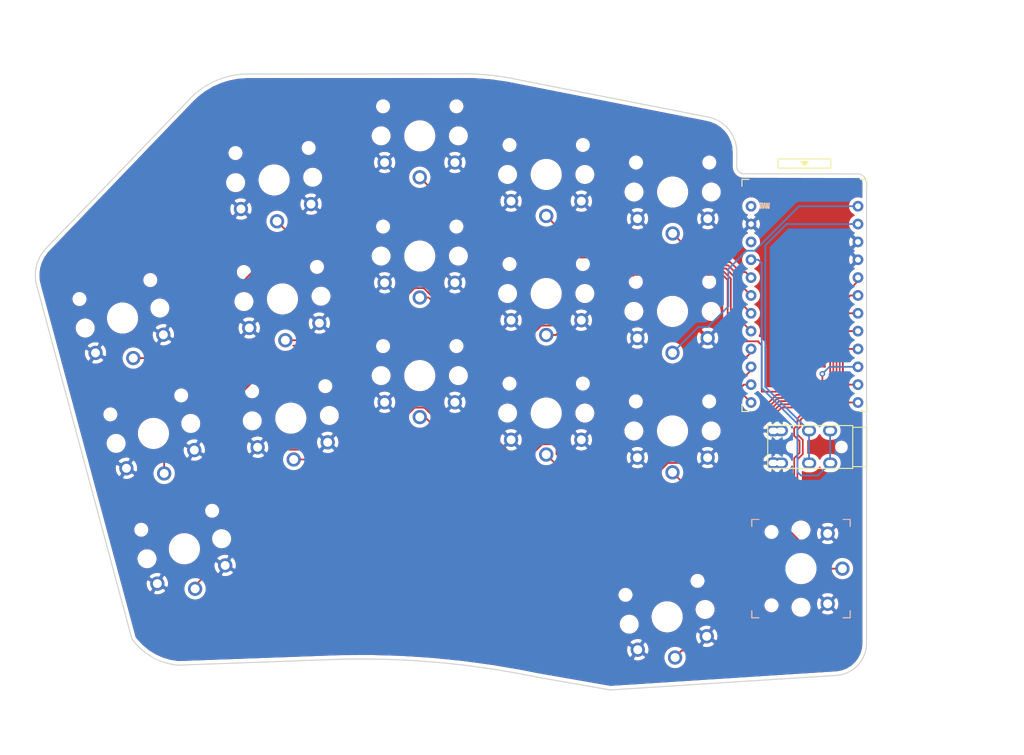
<source format=kicad_pcb>
(kicad_pcb (version 20171130) (host pcbnew "(5.1.10-1-10_14)")
  (layers (0 F.Cu signal) (31 B.Cu signal) (34 B.Paste user) (35 F.Paste user) (36 B.SilkS user) (37 F.SilkS user) (38 B.Mask user) (39 F.Mask user) (44 Edge.Cuts user))
  (net 0 "")
  (net 1 gnd)
  (net 2 vcc)
  (net 3 Switch18)
  (net 4 reset)
  (net 5 Switch1)
  (net 6 Switch2)
  (net 7 Switch3)
  (net 8 Switch4)
  (net 9 Switch5)
  (net 10 Switch6)
  (net 11 Switch7)
  (net 12 Switch8)
  (net 13 Switch9)
  (net 14 Switch10)
  (net 15 Switch11)
  (net 16 Switch12)
  (net 17 Switch13)
  (net 18 Switch14)
  (net 19 Switch15)
  (net 20 Switch16)
  (net 21 Switch17)
  (net 22 raw)
  (module Kailh:TRRS-PJ-DPB2 (layer F.Cu) (at 131.572 80.518 270)
    (fp_text reference J2)
    (fp_text value AudioJack4dpb hide)
    (pad R1 thru_hole oval (at -2.33 6.22 90) (size 1.6 2) (drill oval 0.9 1.3) (layers *.Cu *.Mask) (net 3 Switch18))
    (pad R2 thru_hole oval (at -2.33 3.22 90) (size 1.6 2) (drill oval 0.9 1.3) (layers *.Cu *.Mask) (net 2 vcc))
    (pad T thru_hole oval (at -2.33 10.22 90) (size 1.6 2) (drill oval 0.9 1.3) (layers *.Cu *.Mask) (net 1 gnd))
    (pad S thru_hole oval (at 2.27 11.32 90) (size 1.6 2) (drill oval 0.9 1.3) (layers *.Cu *.Mask) (net 1 gnd))
    (pad S thru_hole oval (at -2.3 11.3 270) (size 1.6 2) (drill oval 0.9 1.3) (layers *.Cu *.Mask) (net 1 gnd))
    (pad T thru_hole oval (at 2.3 10.2 270) (size 1.6 2) (drill oval 0.9 1.3) (layers *.Cu *.Mask) (net 1 gnd))
    (pad R2 thru_hole oval (at 2.3 3.2 270) (size 1.6 2) (drill oval 0.9 1.3) (layers *.Cu *.Mask) (net 2 vcc))
    (pad "" np_thru_hole circle (at 0 8.6 270) (size 0.8 0.8) (drill 0.8) (layers *.Cu *.Mask))
    (pad "" np_thru_hole circle (at 0 1.6 270) (size 0.8 0.8) (drill 0.8) (layers *.Cu *.Mask))
    (pad R1 thru_hole oval (at 2.3 6.2 270) (size 1.6 2) (drill oval 0.9 1.3) (layers *.Cu *.Mask) (net 3 Switch18))
  )
  (module Kailh:SW_PG1350_15_reversible_b2 (layer F.Cu) (at 124.206 97.836 90)
    (fp_text reference SW20 hide)
    (fp_text value SW_Push hide)
    (pad "" np_thru_hole circle (at -5.5 0 90) (size 1.7018 1.7018) (drill 1.7018) (layers *.Cu *.Mask))
    (pad "" np_thru_hole circle (at 5.5 0 90) (size 1.7018 1.7018) (drill 1.7018) (layers *.Cu *.Mask))
    (pad "" np_thru_hole circle (at 5.22 -4.2 90) (size 0.9906 0.9906) (drill 0.9906) (layers *.Cu *.Mask))
    (pad 1 thru_hole circle (at 0 5.9 90) (size 2.032 2.032) (drill 1.27) (layers *.Cu *.Mask) (net 21 Switch17))
    (pad 2 thru_hole circle (at -5 3.8 90) (size 2.032 2.032) (drill 1.27) (layers *.Cu *.Mask) (net 1 gnd))
    (pad "" np_thru_hole circle (at 0 0 90) (size 3.429 3.429) (drill 3.429) (layers *.Cu *.Mask))
    (pad 2 thru_hole circle (at 5 3.8 90) (size 2.032 2.032) (drill 1.27) (layers *.Cu *.Mask) (net 1 gnd))
    (pad "" np_thru_hole circle (at -5.22 -4.2 90) (size 0.9906 0.9906) (drill 0.9906) (layers *.Cu *.Mask))
  )
  (module Kailh:SW_PG1350_rev_DPB (layer F.Cu) (at 27.626215 62.16335 15)
    (fp_text reference SW2 hide)
    (fp_text value SW_Push hide)
    (pad "" np_thru_hole circle (at -5.5 0 15) (size 1.7018 1.7018) (drill 1.7018) (layers *.Cu *.Mask))
    (pad "" np_thru_hole circle (at 5.5 0 15) (size 1.7018 1.7018) (drill 1.7018) (layers *.Cu *.Mask))
    (pad "" np_thru_hole circle (at 5.22 -4.2 15) (size 0.9906 0.9906) (drill 0.9906) (layers *.Cu *.Mask))
    (pad 1 thru_hole circle (at 0 5.9 15) (size 2.032 2.032) (drill 1.27) (layers *.Cu *.Mask) (net 5 Switch1))
    (pad 2 thru_hole circle (at -5 3.8 15) (size 2.032 2.032) (drill 1.27) (layers *.Cu *.Mask) (net 1 gnd))
    (pad "" np_thru_hole circle (at 0 0 15) (size 3.429 3.429) (drill 3.429) (layers *.Cu *.Mask))
    (pad 2 thru_hole circle (at 5 3.8 15) (size 2.032 2.032) (drill 1.27) (layers *.Cu *.Mask) (net 1 gnd))
    (pad "" np_thru_hole circle (at -5.22 -4.2 15) (size 0.9906 0.9906) (drill 0.9906) (layers *.Cu *.Mask))
  )
  (module Kailh:SW_PG1350_rev_DPB (layer F.Cu) (at 49.20797 42.504143 4)
    (fp_text reference SW3 hide)
    (fp_text value SW_Push hide)
    (pad "" np_thru_hole circle (at -5.5 0 4) (size 1.7018 1.7018) (drill 1.7018) (layers *.Cu *.Mask))
    (pad "" np_thru_hole circle (at 5.5 0 4) (size 1.7018 1.7018) (drill 1.7018) (layers *.Cu *.Mask))
    (pad "" np_thru_hole circle (at 5.22 -4.2 4) (size 0.9906 0.9906) (drill 0.9906) (layers *.Cu *.Mask))
    (pad 1 thru_hole circle (at 0 5.9 4) (size 2.032 2.032) (drill 1.27) (layers *.Cu *.Mask) (net 6 Switch2))
    (pad 2 thru_hole circle (at -5 3.8 4) (size 2.032 2.032) (drill 1.27) (layers *.Cu *.Mask) (net 1 gnd))
    (pad "" np_thru_hole circle (at 0 0 4) (size 3.429 3.429) (drill 3.429) (layers *.Cu *.Mask))
    (pad 2 thru_hole circle (at 5 3.8 4) (size 2.032 2.032) (drill 1.27) (layers *.Cu *.Mask) (net 1 gnd))
    (pad "" np_thru_hole circle (at -5.22 -4.2 4) (size 0.9906 0.9906) (drill 0.9906) (layers *.Cu *.Mask))
  )
  (module Kailh:SW_PG1350_rev_DPB (layer F.Cu) (at 69.938 36.224)
    (fp_text reference SW4 hide)
    (fp_text value SW_Push hide)
    (pad "" np_thru_hole circle (at -5.5 0) (size 1.7018 1.7018) (drill 1.7018) (layers *.Cu *.Mask))
    (pad "" np_thru_hole circle (at 5.5 0) (size 1.7018 1.7018) (drill 1.7018) (layers *.Cu *.Mask))
    (pad "" np_thru_hole circle (at 5.22 -4.2) (size 0.9906 0.9906) (drill 0.9906) (layers *.Cu *.Mask))
    (pad 1 thru_hole circle (at 0 5.9) (size 2.032 2.032) (drill 1.27) (layers *.Cu *.Mask) (net 7 Switch3))
    (pad 2 thru_hole circle (at -5 3.8) (size 2.032 2.032) (drill 1.27) (layers *.Cu *.Mask) (net 1 gnd))
    (pad "" np_thru_hole circle (at 0 0) (size 3.429 3.429) (drill 3.429) (layers *.Cu *.Mask))
    (pad 2 thru_hole circle (at 5 3.8) (size 2.032 2.032) (drill 1.27) (layers *.Cu *.Mask) (net 1 gnd))
    (pad "" np_thru_hole circle (at -5.22 -4.2) (size 0.9906 0.9906) (drill 0.9906) (layers *.Cu *.Mask))
  )
  (module Kailh:SW_PG1350_rev_DPB (layer F.Cu) (at 87.938 41.724)
    (fp_text reference SW5 hide)
    (fp_text value SW_Push hide)
    (pad "" np_thru_hole circle (at -5.5 0) (size 1.7018 1.7018) (drill 1.7018) (layers *.Cu *.Mask))
    (pad "" np_thru_hole circle (at 5.5 0) (size 1.7018 1.7018) (drill 1.7018) (layers *.Cu *.Mask))
    (pad "" np_thru_hole circle (at 5.22 -4.2) (size 0.9906 0.9906) (drill 0.9906) (layers *.Cu *.Mask))
    (pad 1 thru_hole circle (at 0 5.9) (size 2.032 2.032) (drill 1.27) (layers *.Cu *.Mask) (net 8 Switch4))
    (pad 2 thru_hole circle (at -5 3.8) (size 2.032 2.032) (drill 1.27) (layers *.Cu *.Mask) (net 1 gnd))
    (pad "" np_thru_hole circle (at 0 0) (size 3.429 3.429) (drill 3.429) (layers *.Cu *.Mask))
    (pad 2 thru_hole circle (at 5 3.8) (size 2.032 2.032) (drill 1.27) (layers *.Cu *.Mask) (net 1 gnd))
    (pad "" np_thru_hole circle (at -5.22 -4.2) (size 0.9906 0.9906) (drill 0.9906) (layers *.Cu *.Mask))
  )
  (module Kailh:SW_PG1350_rev_DPB (layer F.Cu) (at 32.026138 78.58409 15)
    (fp_text reference SW8 hide)
    (fp_text value SW_Push hide)
    (pad "" np_thru_hole circle (at -5.5 0 15) (size 1.7018 1.7018) (drill 1.7018) (layers *.Cu *.Mask))
    (pad "" np_thru_hole circle (at 5.5 0 15) (size 1.7018 1.7018) (drill 1.7018) (layers *.Cu *.Mask))
    (pad "" np_thru_hole circle (at 5.22 -4.2 15) (size 0.9906 0.9906) (drill 0.9906) (layers *.Cu *.Mask))
    (pad 1 thru_hole circle (at 0 5.9 15) (size 2.032 2.032) (drill 1.27) (layers *.Cu *.Mask) (net 10 Switch6))
    (pad 2 thru_hole circle (at -5 3.8 15) (size 2.032 2.032) (drill 1.27) (layers *.Cu *.Mask) (net 1 gnd))
    (pad "" np_thru_hole circle (at 0 0 15) (size 3.429 3.429) (drill 3.429) (layers *.Cu *.Mask))
    (pad 2 thru_hole circle (at 5 3.8 15) (size 2.032 2.032) (drill 1.27) (layers *.Cu *.Mask) (net 1 gnd))
    (pad "" np_thru_hole circle (at -5.22 -4.2 15) (size 0.9906 0.9906) (drill 0.9906) (layers *.Cu *.Mask))
  )
  (module Kailh:SW_PG1350_rev_DPB (layer F.Cu) (at 50.392017 59.436795 4)
    (fp_text reference SW9 hide)
    (fp_text value SW_Push hide)
    (pad "" np_thru_hole circle (at -5.5 0 4) (size 1.7018 1.7018) (drill 1.7018) (layers *.Cu *.Mask))
    (pad "" np_thru_hole circle (at 5.5 0 4) (size 1.7018 1.7018) (drill 1.7018) (layers *.Cu *.Mask))
    (pad "" np_thru_hole circle (at 5.22 -4.2 4) (size 0.9906 0.9906) (drill 0.9906) (layers *.Cu *.Mask))
    (pad 1 thru_hole circle (at 0 5.9 4) (size 2.032 2.032) (drill 1.27) (layers *.Cu *.Mask) (net 11 Switch7))
    (pad 2 thru_hole circle (at -5 3.8 4) (size 2.032 2.032) (drill 1.27) (layers *.Cu *.Mask) (net 1 gnd))
    (pad "" np_thru_hole circle (at 0 0 4) (size 3.429 3.429) (drill 3.429) (layers *.Cu *.Mask))
    (pad 2 thru_hole circle (at 5 3.8 4) (size 2.032 2.032) (drill 1.27) (layers *.Cu *.Mask) (net 1 gnd))
    (pad "" np_thru_hole circle (at -5.22 -4.2 4) (size 0.9906 0.9906) (drill 0.9906) (layers *.Cu *.Mask))
  )
  (module Kailh:SW_PG1350_rev_DPB (layer F.Cu) (at 87.938 58.674)
    (fp_text reference SW11 hide)
    (fp_text value SW_Push hide)
    (pad "" np_thru_hole circle (at -5.5 0) (size 1.7018 1.7018) (drill 1.7018) (layers *.Cu *.Mask))
    (pad "" np_thru_hole circle (at 5.5 0) (size 1.7018 1.7018) (drill 1.7018) (layers *.Cu *.Mask))
    (pad "" np_thru_hole circle (at 5.22 -4.2) (size 0.9906 0.9906) (drill 0.9906) (layers *.Cu *.Mask))
    (pad 1 thru_hole circle (at 0 5.9) (size 2.032 2.032) (drill 1.27) (layers *.Cu *.Mask) (net 13 Switch9))
    (pad 2 thru_hole circle (at -5 3.8) (size 2.032 2.032) (drill 1.27) (layers *.Cu *.Mask) (net 1 gnd))
    (pad "" np_thru_hole circle (at 0 0) (size 3.429 3.429) (drill 3.429) (layers *.Cu *.Mask))
    (pad 2 thru_hole circle (at 5 3.8) (size 2.032 2.032) (drill 1.27) (layers *.Cu *.Mask) (net 1 gnd))
    (pad "" np_thru_hole circle (at -5.22 -4.2) (size 0.9906 0.9906) (drill 0.9906) (layers *.Cu *.Mask))
  )
  (module Kailh:SW_PG1350_rev_DPB (layer F.Cu) (at 105.918 61.214)
    (fp_text reference SW12 hide)
    (fp_text value SW_Push hide)
    (pad "" np_thru_hole circle (at -5.5 0) (size 1.7018 1.7018) (drill 1.7018) (layers *.Cu *.Mask))
    (pad "" np_thru_hole circle (at 5.5 0) (size 1.7018 1.7018) (drill 1.7018) (layers *.Cu *.Mask))
    (pad "" np_thru_hole circle (at 5.22 -4.2) (size 0.9906 0.9906) (drill 0.9906) (layers *.Cu *.Mask))
    (pad 1 thru_hole circle (at 0 5.9) (size 2.032 2.032) (drill 1.27) (layers *.Cu *.Mask) (net 14 Switch10))
    (pad 2 thru_hole circle (at -5 3.8) (size 2.032 2.032) (drill 1.27) (layers *.Cu *.Mask) (net 1 gnd))
    (pad "" np_thru_hole circle (at 0 0) (size 3.429 3.429) (drill 3.429) (layers *.Cu *.Mask))
    (pad 2 thru_hole circle (at 5 3.8) (size 2.032 2.032) (drill 1.27) (layers *.Cu *.Mask) (net 1 gnd))
    (pad "" np_thru_hole circle (at -5.22 -4.2) (size 0.9906 0.9906) (drill 0.9906) (layers *.Cu *.Mask))
  )
  (module Kailh:SW_PG1350_rev_DPB (layer F.Cu) (at 36.426062 95.004829 15)
    (fp_text reference SW14 hide)
    (fp_text value SW_Push hide)
    (pad "" np_thru_hole circle (at -5.5 0 15) (size 1.7018 1.7018) (drill 1.7018) (layers *.Cu *.Mask))
    (pad "" np_thru_hole circle (at 5.5 0 15) (size 1.7018 1.7018) (drill 1.7018) (layers *.Cu *.Mask))
    (pad "" np_thru_hole circle (at 5.22 -4.2 15) (size 0.9906 0.9906) (drill 0.9906) (layers *.Cu *.Mask))
    (pad 1 thru_hole circle (at 0 5.9 15) (size 2.032 2.032) (drill 1.27) (layers *.Cu *.Mask) (net 15 Switch11))
    (pad 2 thru_hole circle (at -5 3.8 15) (size 2.032 2.032) (drill 1.27) (layers *.Cu *.Mask) (net 1 gnd))
    (pad "" np_thru_hole circle (at 0 0 15) (size 3.429 3.429) (drill 3.429) (layers *.Cu *.Mask))
    (pad 2 thru_hole circle (at 5 3.8 15) (size 2.032 2.032) (drill 1.27) (layers *.Cu *.Mask) (net 1 gnd))
    (pad "" np_thru_hole circle (at -5.22 -4.2 15) (size 0.9906 0.9906) (drill 0.9906) (layers *.Cu *.Mask))
  )
  (module Kailh:SW_PG1350_rev_DPB (layer F.Cu) (at 51.579132 76.41334 4)
    (fp_text reference SW15 hide)
    (fp_text value SW_Push hide)
    (pad "" np_thru_hole circle (at -5.5 0 4) (size 1.7018 1.7018) (drill 1.7018) (layers *.Cu *.Mask))
    (pad "" np_thru_hole circle (at 5.5 0 4) (size 1.7018 1.7018) (drill 1.7018) (layers *.Cu *.Mask))
    (pad "" np_thru_hole circle (at 5.22 -4.2 4) (size 0.9906 0.9906) (drill 0.9906) (layers *.Cu *.Mask))
    (pad 1 thru_hole circle (at 0 5.9 4) (size 2.032 2.032) (drill 1.27) (layers *.Cu *.Mask) (net 16 Switch12))
    (pad 2 thru_hole circle (at -5 3.8 4) (size 2.032 2.032) (drill 1.27) (layers *.Cu *.Mask) (net 1 gnd))
    (pad "" np_thru_hole circle (at 0 0 4) (size 3.429 3.429) (drill 3.429) (layers *.Cu *.Mask))
    (pad 2 thru_hole circle (at 5 3.8 4) (size 2.032 2.032) (drill 1.27) (layers *.Cu *.Mask) (net 1 gnd))
    (pad "" np_thru_hole circle (at -5.22 -4.2 4) (size 0.9906 0.9906) (drill 0.9906) (layers *.Cu *.Mask))
  )
  (module Kailh:SW_PG1350_rev_DPB (layer F.Cu) (at 69.938 70.358)
    (fp_text reference SW16 hide)
    (fp_text value SW_Push hide)
    (pad "" np_thru_hole circle (at -5.5 0) (size 1.7018 1.7018) (drill 1.7018) (layers *.Cu *.Mask))
    (pad "" np_thru_hole circle (at 5.5 0) (size 1.7018 1.7018) (drill 1.7018) (layers *.Cu *.Mask))
    (pad "" np_thru_hole circle (at 5.22 -4.2) (size 0.9906 0.9906) (drill 0.9906) (layers *.Cu *.Mask))
    (pad 1 thru_hole circle (at 0 5.9) (size 2.032 2.032) (drill 1.27) (layers *.Cu *.Mask) (net 17 Switch13))
    (pad 2 thru_hole circle (at -5 3.8) (size 2.032 2.032) (drill 1.27) (layers *.Cu *.Mask) (net 1 gnd))
    (pad "" np_thru_hole circle (at 0 0) (size 3.429 3.429) (drill 3.429) (layers *.Cu *.Mask))
    (pad 2 thru_hole circle (at 5 3.8) (size 2.032 2.032) (drill 1.27) (layers *.Cu *.Mask) (net 1 gnd))
    (pad "" np_thru_hole circle (at -5.22 -4.2) (size 0.9906 0.9906) (drill 0.9906) (layers *.Cu *.Mask))
  )
  (module Kailh:SW_PG1350_rev_DPB (layer F.Cu) (at 87.938 75.692)
    (fp_text reference SW17 hide)
    (fp_text value SW_Push hide)
    (pad "" np_thru_hole circle (at -5.5 0) (size 1.7018 1.7018) (drill 1.7018) (layers *.Cu *.Mask))
    (pad "" np_thru_hole circle (at 5.5 0) (size 1.7018 1.7018) (drill 1.7018) (layers *.Cu *.Mask))
    (pad "" np_thru_hole circle (at 5.22 -4.2) (size 0.9906 0.9906) (drill 0.9906) (layers *.Cu *.Mask))
    (pad 1 thru_hole circle (at 0 5.9) (size 2.032 2.032) (drill 1.27) (layers *.Cu *.Mask) (net 18 Switch14))
    (pad 2 thru_hole circle (at -5 3.8) (size 2.032 2.032) (drill 1.27) (layers *.Cu *.Mask) (net 1 gnd))
    (pad "" np_thru_hole circle (at 0 0) (size 3.429 3.429) (drill 3.429) (layers *.Cu *.Mask))
    (pad 2 thru_hole circle (at 5 3.8) (size 2.032 2.032) (drill 1.27) (layers *.Cu *.Mask) (net 1 gnd))
    (pad "" np_thru_hole circle (at -5.22 -4.2) (size 0.9906 0.9906) (drill 0.9906) (layers *.Cu *.Mask))
  )
  (module Kailh:SW_PG1350_rev_DPB (layer F.Cu) (at 105.918 78.232)
    (fp_text reference SW18 hide)
    (fp_text value SW_Push hide)
    (pad "" np_thru_hole circle (at -5.5 0) (size 1.7018 1.7018) (drill 1.7018) (layers *.Cu *.Mask))
    (pad "" np_thru_hole circle (at 5.5 0) (size 1.7018 1.7018) (drill 1.7018) (layers *.Cu *.Mask))
    (pad "" np_thru_hole circle (at 5.22 -4.2) (size 0.9906 0.9906) (drill 0.9906) (layers *.Cu *.Mask))
    (pad 1 thru_hole circle (at 0 5.9) (size 2.032 2.032) (drill 1.27) (layers *.Cu *.Mask) (net 19 Switch15))
    (pad 2 thru_hole circle (at -5 3.8) (size 2.032 2.032) (drill 1.27) (layers *.Cu *.Mask) (net 1 gnd))
    (pad "" np_thru_hole circle (at 0 0) (size 3.429 3.429) (drill 3.429) (layers *.Cu *.Mask))
    (pad 2 thru_hole circle (at 5 3.8) (size 2.032 2.032) (drill 1.27) (layers *.Cu *.Mask) (net 1 gnd))
    (pad "" np_thru_hole circle (at -5.22 -4.2) (size 0.9906 0.9906) (drill 0.9906) (layers *.Cu *.Mask))
  )
  (module Kailh:SW_PG1350_rev_DPB (layer F.Cu) (at 105.156 104.694 11)
    (fp_text reference SW21 hide)
    (fp_text value SW_Push hide)
    (pad "" np_thru_hole circle (at -5.5 0 11) (size 1.7018 1.7018) (drill 1.7018) (layers *.Cu *.Mask))
    (pad "" np_thru_hole circle (at 5.5 0 11) (size 1.7018 1.7018) (drill 1.7018) (layers *.Cu *.Mask))
    (pad "" np_thru_hole circle (at 5.22 -4.2 11) (size 0.9906 0.9906) (drill 0.9906) (layers *.Cu *.Mask))
    (pad 1 thru_hole circle (at 0 5.9 11) (size 2.032 2.032) (drill 1.27) (layers *.Cu *.Mask) (net 20 Switch16))
    (pad 2 thru_hole circle (at -5 3.8 11) (size 2.032 2.032) (drill 1.27) (layers *.Cu *.Mask) (net 1 gnd))
    (pad "" np_thru_hole circle (at 0 0 11) (size 3.429 3.429) (drill 3.429) (layers *.Cu *.Mask))
    (pad 2 thru_hole circle (at 5 3.8 11) (size 2.032 2.032) (drill 1.27) (layers *.Cu *.Mask) (net 1 gnd))
    (pad "" np_thru_hole circle (at -5.22 -4.2 11) (size 0.9906 0.9906) (drill 0.9906) (layers *.Cu *.Mask))
  )
  (module Kailh:SW_PG1350_rev_DPB (layer F.Cu) (at 105.938 44.224)
    (fp_text reference SW6 hide)
    (fp_text value SW_Push hide)
    (pad "" np_thru_hole circle (at -5.5 0) (size 1.7018 1.7018) (drill 1.7018) (layers *.Cu *.Mask))
    (pad "" np_thru_hole circle (at 5.5 0) (size 1.7018 1.7018) (drill 1.7018) (layers *.Cu *.Mask))
    (pad "" np_thru_hole circle (at 5.22 -4.2) (size 0.9906 0.9906) (drill 0.9906) (layers *.Cu *.Mask))
    (pad 1 thru_hole circle (at 0 5.9) (size 2.032 2.032) (drill 1.27) (layers *.Cu *.Mask) (net 9 Switch5))
    (pad 2 thru_hole circle (at -5 3.8) (size 2.032 2.032) (drill 1.27) (layers *.Cu *.Mask) (net 1 gnd))
    (pad "" np_thru_hole circle (at 0 0) (size 3.429 3.429) (drill 3.429) (layers *.Cu *.Mask))
    (pad 2 thru_hole circle (at 5 3.8) (size 2.032 2.032) (drill 1.27) (layers *.Cu *.Mask) (net 1 gnd))
    (pad "" np_thru_hole circle (at -5.22 -4.2) (size 0.9906 0.9906) (drill 0.9906) (layers *.Cu *.Mask))
  )
  (module kbd:ProMicro_v3_min_dual (layer F.Cu) (at 124.706 60.722)
    (fp_text reference U1 hide)
    (fp_text value ProMicro-kbd hide)
    (fp_text user "" (at -1.2065 -16.256) (layer B.SilkS) (effects (justify mirror)))
    (fp_text user "" (at -0.5 -17.25) (layer F.SilkS))
    (fp_text user RAW (at -5.64 -14.52 unlocked) (layer B.SilkS) (effects (font (size 0.75 0.5) (thickness 0.125)) (justify mirror)))
    (fp_text user RAW (at -5.67 -14.52) (layer F.SilkS) (effects (font (size 0.75 0.5) (thickness 0.125))))
    (pad 24 thru_hole circle (at -7.6086 -14.478) (size 1.524 1.524) (drill 0.8128) (layers *.Cu *.Mask) (net 22 raw))
    (pad 23 thru_hole circle (at -7.6086 -11.938) (size 1.524 1.524) (drill 0.8128) (layers *.Cu *.Mask) (net 1 gnd))
    (pad 22 thru_hole circle (at -7.6086 -9.398) (size 1.524 1.524) (drill 0.8128) (layers *.Cu *.Mask) (net 4 reset))
    (pad 21 thru_hole circle (at -7.6086 -6.858) (size 1.524 1.524) (drill 0.8128) (layers *.Cu *.Mask) (net 2 vcc))
    (pad 20 thru_hole circle (at -7.6086 -4.318) (size 1.524 1.524) (drill 0.8128) (layers *.Cu *.Mask) (net 9 Switch5))
    (pad 19 thru_hole circle (at -7.6086 -1.778) (size 1.524 1.524) (drill 0.8128) (layers *.Cu *.Mask) (net 8 Switch4))
    (pad 18 thru_hole circle (at -7.6086 0.762) (size 1.524 1.524) (drill 0.8128) (layers *.Cu *.Mask) (net 7 Switch3))
    (pad 17 thru_hole circle (at -7.6086 3.302) (size 1.524 1.524) (drill 0.8128) (layers *.Cu *.Mask) (net 6 Switch2))
    (pad 16 thru_hole circle (at -7.6086 5.842) (size 1.524 1.524) (drill 0.8128) (layers *.Cu *.Mask) (net 10 Switch6))
    (pad 15 thru_hole circle (at -7.6086 8.382) (size 1.524 1.524) (drill 0.8128) (layers *.Cu *.Mask) (net 11 Switch7))
    (pad 14 thru_hole circle (at -7.6086 10.922) (size 1.524 1.524) (drill 0.8128) (layers *.Cu *.Mask) (net 12 Switch8))
    (pad 13 thru_hole circle (at -7.6086 13.462) (size 1.524 1.524) (drill 0.8128) (layers *.Cu *.Mask) (net 13 Switch9))
    (pad 12 thru_hole circle (at 7.6114 13.462) (size 1.524 1.524) (drill 0.8128) (layers *.Cu *.Mask) (net 21 Switch17))
    (pad 11 thru_hole circle (at 7.6114 10.922) (size 1.524 1.524) (drill 0.8128) (layers *.Cu *.Mask) (net 20 Switch16))
    (pad 10 thru_hole circle (at 7.6114 8.382) (size 1.524 1.524) (drill 0.8128) (layers *.Cu *.Mask) (net 5 Switch1))
    (pad 9 thru_hole circle (at 7.6114 5.842) (size 1.524 1.524) (drill 0.8128) (layers *.Cu *.Mask) (net 19 Switch15))
    (pad 8 thru_hole circle (at 7.6114 3.302) (size 1.524 1.524) (drill 0.8128) (layers *.Cu *.Mask) (net 18 Switch14))
    (pad 7 thru_hole circle (at 7.6114 0.762) (size 1.524 1.524) (drill 0.8128) (layers *.Cu *.Mask) (net 17 Switch13))
    (pad 6 thru_hole circle (at 7.6114 -1.778) (size 1.524 1.524) (drill 0.8128) (layers *.Cu *.Mask) (net 16 Switch12))
    (pad 5 thru_hole circle (at 7.6114 -4.318) (size 1.524 1.524) (drill 0.8128) (layers *.Cu *.Mask) (net 15 Switch11))
    (pad 4 thru_hole circle (at 7.6114 -6.858) (size 1.524 1.524) (drill 0.8128) (layers *.Cu *.Mask) (net 1 gnd))
    (pad 3 thru_hole circle (at 7.6114 -9.398) (size 1.524 1.524) (drill 0.8128) (layers *.Cu *.Mask) (net 1 gnd))
    (pad 2 thru_hole circle (at 7.6114 -11.938) (size 1.524 1.524) (drill 0.8128) (layers *.Cu *.Mask) (net 3 Switch18))
    (pad 1 thru_hole circle (at 7.6114 -14.478) (size 1.524 1.524) (drill 0.8128) (layers *.Cu *.Mask) (net 14 Switch10))
  )
  (module Kailh:SW_PG1350_rev_DPB (layer F.Cu) (at 69.938 53.34)
    (fp_text reference SW10 hide)
    (fp_text value SW_Push hide)
    (pad "" np_thru_hole circle (at -5.5 0) (size 1.7018 1.7018) (drill 1.7018) (layers *.Cu *.Mask))
    (pad "" np_thru_hole circle (at 5.5 0) (size 1.7018 1.7018) (drill 1.7018) (layers *.Cu *.Mask))
    (pad "" np_thru_hole circle (at 5.22 -4.2) (size 0.9906 0.9906) (drill 0.9906) (layers *.Cu *.Mask))
    (pad 1 thru_hole circle (at 0 5.9) (size 2.032 2.032) (drill 1.27) (layers *.Cu *.Mask) (net 12 Switch8))
    (pad 2 thru_hole circle (at -5 3.8) (size 2.032 2.032) (drill 1.27) (layers *.Cu *.Mask) (net 1 gnd))
    (pad "" np_thru_hole circle (at 0 0) (size 3.429 3.429) (drill 3.429) (layers *.Cu *.Mask))
    (pad 2 thru_hole circle (at 5 3.8) (size 2.032 2.032) (drill 1.27) (layers *.Cu *.Mask) (net 1 gnd))
    (pad "" np_thru_hole circle (at -5.22 -4.2) (size 0.9906 0.9906) (drill 0.9906) (layers *.Cu *.Mask))
  )
  (gr_line (start 133.53368 49.276) (end 133.53368 42.926) (angle 90) (layer Edge.Cuts) (width 0.15))
  (gr_line (start 133.53368 80.772) (end 133.53368 49.276) (angle 90) (layer Edge.Cuts) (width 0.15))
  (gr_arc (start 109.967672 38.549349) (end 115.065179 38.841439) (angle -84.49083169) (layer Edge.Cuts) (width 0.15))
  (gr_arc (start 116.078 40.609686) (end 115.062 40.64) (angle -90.73840941) (layer Edge.Cuts) (width 0.15))
  (gr_line (start 35.549948 111.575617) (end 58.783546 110.725903) (layer Edge.Cuts) (width 0.15))
  (gr_line (start 75.437472 27.407567) (end 45.466 27.432) (angle 90) (layer Edge.Cuts) (width 0.15))
  (gr_line (start 133.53368 108.458) (end 133.53368 92.202) (angle 90) (layer Edge.Cuts) (width 0.15))
  (gr_line (start 110.747799 33.50343) (end 84.365607 28.321399) (angle 90) (layer Edge.Cuts) (width 0.15))
  (gr_line (start 133.53368 92.202) (end 133.53368 80.772) (angle 90) (layer Edge.Cuts) (width 0.15))
  (gr_line (start 15.494 57.822) (end 28.960398 107.848346) (angle 90) (layer Edge.Cuts) (width 0.15))
  (gr_line (start 132.183836 41.648473) (end 116.121405 41.625211) (angle 90) (layer Edge.Cuts) (width 0.15))
  (gr_arc (start 45.466 38.862) (end 45.466 27.432) (angle -47.72631099) (layer Edge.Cuts) (width 0.15))
  (gr_arc (start 132.26368 42.916) (end 133.53368 42.926) (angle -94.05555909) (layer Edge.Cuts) (width 0.15))
  (gr_line (start 115.062 40.64) (end 115.065179 38.841439) (angle 90) (layer Edge.Cuts) (width 0.15))
  (gr_arc (start 20.786299 56.073296) (end 16.845839 52.13132) (angle -63.29582795) (layer Edge.Cuts) (width 0.15))
  (gr_line (start 37.008485 31.17335) (end 16.845839 52.13132) (angle 90) (layer Edge.Cuts) (width 0.15))
  (gr_arc (start 36.326398 102.514346) (end 28.960398 107.848346) (angle -49.19263052) (layer Edge.Cuts) (width 0.15))
  (gr_line (start 97.284813 115.091456) (end 129.286 113.03) (layer Edge.Cuts) (width 0.15))
  (gr_line (start 86.614 113.284) (end 96.774 115.062) (layer Edge.Cuts) (width 0.15))
  (gr_arc (start 128.949299 108.458) (end 129.286 113.03) (angle -85.78810506) (layer Edge.Cuts) (width 0.15))
  (gr_arc (start 76.223921 63.79479) (end 84.365607 28.321399) (angle -14.16454563) (layer Edge.Cuts) (width 0.15))
  (gr_arc (start 61.491282 233.935279) (end 58.783546 110.725903) (angle 13.02135768) (layer Edge.Cuts) (width 0.15))
  (gr_arc (start 97.125046 113.418186) (end 96.774 115.062) (angle -17.50894085) (layer Edge.Cuts) (width 0.15))
  (segment (start 117.0974 53.864) (end 118.126 53.864) (width 0.25) (layer B.Cu) (net 2))
  (segment (start 118.618 54.356) (end 118.618 55.626) (width 0.25) (layer B.Cu) (net 2))
  (segment (start 118.126 53.864) (end 118.618 54.356) (width 0.25) (layer B.Cu) (net 2))
  (segment (start 118.618 55.372) (end 118.618 55.626) (width 0.25) (layer B.Cu) (net 2))
  (segment (start 128.352 82.798) (end 128.372 82.818) (width 0.25) (layer B.Cu) (net 2))
  (segment (start 128.352 78.188) (end 128.352 82.798) (width 0.25) (layer B.Cu) (net 2))
  (segment (start 118.618 72.136) (end 118.618 55.626) (width 0.25) (layer B.Cu) (net 2))
  (segment (start 123.697001 77.215001) (end 118.618 72.136) (width 0.25) (layer B.Cu) (net 2))
  (segment (start 123.697001 84.073001) (end 123.697001 77.215001) (width 0.25) (layer B.Cu) (net 2))
  (segment (start 124.206 84.582) (end 123.697001 84.073001) (width 0.25) (layer B.Cu) (net 2))
  (segment (start 126.608 84.582) (end 124.206 84.582) (width 0.25) (layer B.Cu) (net 2))
  (segment (start 128.372 82.818) (end 126.608 84.582) (width 0.25) (layer B.Cu) (net 2))
  (segment (start 124.706 82.152) (end 125.372 82.818) (width 0.25) (layer B.Cu) (net 3))
  (segment (start 125.352 82.798) (end 125.372 82.818) (width 0.25) (layer B.Cu) (net 3))
  (segment (start 125.352 78.188) (end 125.352 82.798) (width 0.25) (layer B.Cu) (net 3))
  (segment (start 132.3174 48.784) (end 122.158 48.784) (width 0.25) (layer B.Cu) (net 3))
  (segment (start 122.158 48.784) (end 119.126 51.816) (width 0.25) (layer B.Cu) (net 3))
  (segment (start 119.126 51.816) (end 119.126 71.962) (width 0.25) (layer B.Cu) (net 3))
  (segment (start 119.126 71.962) (end 124.674 77.51) (width 0.25) (layer B.Cu) (net 3))
  (segment (start 124.674 77.51) (end 125.352 78.188) (width 0.25) (layer B.Cu) (net 3))
  (via (at 127.254 70.104) (size 0.8) (drill 0.4) (layers F.Cu B.Cu) (net 5))
  (segment (start 112.393589 56.008411) (end 112.396411 56.008411) (width 0.25) (layer F.Cu) (net 5))
  (segment (start 33.639642 67.862312) (end 40.590977 60.910977) (width 0.25) (layer F.Cu) (net 5))
  (segment (start 28.703247 67.862312) (end 33.639642 67.862312) (width 0.25) (layer F.Cu) (net 5))
  (segment (start 40.377954 61.124) (end 40.590977 60.910977) (width 0.25) (layer F.Cu) (net 5))
  (segment (start 128.254 69.104) (end 127.254 70.104) (width 0.25) (layer B.Cu) (net 5))
  (segment (start 132.3174 69.104) (end 128.254 69.104) (width 0.25) (layer B.Cu) (net 5))
  (segment (start 100.076 56.134) (end 100.33 56.134) (width 0.25) (layer F.Cu) (net 5))
  (segment (start 100.33 56.134) (end 100.455589 56.008411) (width 0.25) (layer F.Cu) (net 5))
  (segment (start 97.028 56.642) (end 99.568 56.642) (width 0.25) (layer F.Cu) (net 5))
  (segment (start 93.92201 53.53601) (end 97.028 56.642) (width 0.25) (layer F.Cu) (net 5))
  (segment (start 91.94078 53.53601) (end 93.92201 53.53601) (width 0.25) (layer F.Cu) (net 5))
  (segment (start 99.568 56.642) (end 100.076 56.134) (width 0.25) (layer F.Cu) (net 5))
  (segment (start 40.590977 60.910977) (end 42.857399 58.644555) (width 0.25) (layer F.Cu) (net 5))
  (segment (start 43.072401 58.644555) (end 46.686977 55.029979) (width 0.25) (layer F.Cu) (net 5))
  (segment (start 42.857399 58.644555) (end 43.072401 58.644555) (width 0.25) (layer F.Cu) (net 5))
  (segment (start 46.686977 55.029979) (end 46.686977 54.814977) (width 0.25) (layer F.Cu) (net 5))
  (segment (start 58.12199 49.57401) (end 61.139719 49.574009) (width 0.25) (layer F.Cu) (net 5))
  (segment (start 46.686977 54.814977) (end 51.036953 50.465001) (width 0.25) (layer F.Cu) (net 5))
  (segment (start 51.036953 50.465001) (end 57.230999 50.465001) (width 0.25) (layer F.Cu) (net 5))
  (segment (start 57.230999 50.465001) (end 58.12199 49.57401) (width 0.25) (layer F.Cu) (net 5))
  (segment (start 61.139719 49.574009) (end 63.723728 46.99) (width 0.25) (layer F.Cu) (net 5))
  (segment (start 77.46718 46.99) (end 82.6852 52.20802) (width 0.25) (layer F.Cu) (net 5))
  (segment (start 100.455589 56.008411) (end 112.393589 56.008411) (width 0.25) (layer F.Cu) (net 5))
  (segment (start 82.6852 52.20802) (end 90.61279 52.20802) (width 0.25) (layer F.Cu) (net 5))
  (segment (start 63.723728 46.99) (end 77.46718 46.99) (width 0.25) (layer F.Cu) (net 5))
  (segment (start 90.61279 52.20802) (end 91.94078 53.53601) (width 0.25) (layer F.Cu) (net 5))
  (segment (start 127.254 71.10757) (end 127.254 70.104) (width 0.25) (layer F.Cu) (net 5))
  (segment (start 118.618 66.04) (end 118.618 72.644) (width 0.25) (layer F.Cu) (net 5))
  (segment (start 118.165001 65.587001) (end 118.618 66.04) (width 0.25) (layer F.Cu) (net 5))
  (segment (start 115.441637 65.476999) (end 118.165001 65.476999) (width 0.25) (layer F.Cu) (net 5))
  (segment (start 113.76996 63.805322) (end 115.441637 65.476999) (width 0.25) (layer F.Cu) (net 5))
  (segment (start 118.165001 65.476999) (end 118.165001 65.587001) (width 0.25) (layer F.Cu) (net 5))
  (segment (start 113.76996 56.74837) (end 113.76996 63.805322) (width 0.25) (layer F.Cu) (net 5))
  (segment (start 125.71757 72.644) (end 127.254 71.10757) (width 0.25) (layer F.Cu) (net 5))
  (segment (start 118.618 72.644) (end 125.71757 72.644) (width 0.25) (layer F.Cu) (net 5))
  (segment (start 113.030001 56.008411) (end 113.76996 56.74837) (width 0.25) (layer F.Cu) (net 5))
  (segment (start 112.393589 56.008411) (end 113.030001 56.008411) (width 0.25) (layer F.Cu) (net 5))
  (segment (start 99.43959 56.134) (end 100.015189 55.558401) (width 0.25) (layer F.Cu) (net 6))
  (segment (start 97.15641 56.134) (end 99.43959 56.134) (width 0.25) (layer F.Cu) (net 6))
  (segment (start 94.108411 53.086001) (end 97.15641 56.134) (width 0.25) (layer F.Cu) (net 6))
  (segment (start 113.216401 55.558401) (end 114.21997 56.56197) (width 0.25) (layer F.Cu) (net 6))
  (segment (start 82.8716 51.75801) (end 90.79919 51.75801) (width 0.25) (layer F.Cu) (net 6))
  (segment (start 60.953317 49.124001) (end 63.595318 46.482) (width 0.25) (layer F.Cu) (net 6))
  (segment (start 57.044599 50.014991) (end 57.935591 49.124001) (width 0.25) (layer F.Cu) (net 6))
  (segment (start 63.595318 46.482) (end 77.59559 46.482) (width 0.25) (layer F.Cu) (net 6))
  (segment (start 90.79919 51.75801) (end 92.03759 52.99641) (width 0.25) (layer F.Cu) (net 6))
  (segment (start 100.015189 55.558401) (end 113.216401 55.558401) (width 0.25) (layer F.Cu) (net 6))
  (segment (start 77.59559 46.482) (end 82.8716 51.75801) (width 0.25) (layer F.Cu) (net 6))
  (segment (start 92.54559 52.99641) (end 92.63518 53.086) (width 0.25) (layer F.Cu) (net 6))
  (segment (start 57.935591 49.124001) (end 60.953317 49.124001) (width 0.25) (layer F.Cu) (net 6))
  (segment (start 92.03759 52.99641) (end 92.54559 52.99641) (width 0.25) (layer F.Cu) (net 6))
  (segment (start 92.63518 53.086) (end 94.108411 53.086001) (width 0.25) (layer F.Cu) (net 6))
  (segment (start 49.619533 48.389771) (end 51.244753 50.014991) (width 0.25) (layer F.Cu) (net 6))
  (segment (start 51.244753 50.014991) (end 53.824991 50.014991) (width 0.25) (layer F.Cu) (net 6))
  (segment (start 53.824991 50.014991) (end 57.044599 50.014991) (width 0.25) (layer F.Cu) (net 6))
  (segment (start 53.316991 50.014991) (end 53.824991 50.014991) (width 0.25) (layer F.Cu) (net 6))
  (segment (start 114.21997 61.14657) (end 114.21997 60.87997) (width 0.25) (layer F.Cu) (net 6))
  (segment (start 117.0974 64.024) (end 114.21997 61.14657) (width 0.25) (layer F.Cu) (net 6))
  (segment (start 114.21997 56.56197) (end 114.21997 60.87997) (width 0.25) (layer F.Cu) (net 6))
  (segment (start 69.938 42.124) (end 73.84599 46.03199) (width 0.25) (layer F.Cu) (net 7))
  (segment (start 99.828788 55.108392) (end 113.528392 55.108392) (width 0.25) (layer F.Cu) (net 7))
  (segment (start 77.78199 46.03199) (end 83.058 51.308) (width 0.25) (layer F.Cu) (net 7))
  (segment (start 73.84599 46.03199) (end 77.78199 46.03199) (width 0.25) (layer F.Cu) (net 7))
  (segment (start 113.528392 55.108392) (end 114.66998 56.24998) (width 0.25) (layer F.Cu) (net 7))
  (segment (start 83.058 51.308) (end 90.98559 51.308) (width 0.25) (layer F.Cu) (net 7))
  (segment (start 94.29199 52.52001) (end 94.29199 52.63317) (width 0.25) (layer F.Cu) (net 7))
  (segment (start 90.98559 51.308) (end 92.1976 52.52001) (width 0.25) (layer F.Cu) (net 7))
  (segment (start 99.25319 55.68399) (end 99.828788 55.108392) (width 0.25) (layer F.Cu) (net 7))
  (segment (start 92.1976 52.52001) (end 94.29199 52.52001) (width 0.25) (layer F.Cu) (net 7))
  (segment (start 94.29199 52.63317) (end 97.34281 55.68399) (width 0.25) (layer F.Cu) (net 7))
  (segment (start 97.34281 55.68399) (end 99.25319 55.68399) (width 0.25) (layer F.Cu) (net 7))
  (segment (start 114.66998 59.05658) (end 114.66998 58.78998) (width 0.25) (layer F.Cu) (net 7))
  (segment (start 117.0974 61.484) (end 114.66998 59.05658) (width 0.25) (layer F.Cu) (net 7))
  (segment (start 114.66998 56.24998) (end 114.66998 58.78998) (width 0.25) (layer F.Cu) (net 7))
  (segment (start 113.840382 54.658382) (end 115.11999 55.93799) (width 0.25) (layer F.Cu) (net 8))
  (segment (start 99.642388 54.658382) (end 113.840382 54.658382) (width 0.25) (layer F.Cu) (net 8))
  (segment (start 99.06679 55.23398) (end 99.642388 54.658382) (width 0.25) (layer F.Cu) (net 8))
  (segment (start 94.742 52.44677) (end 97.52921 55.23398) (width 0.25) (layer F.Cu) (net 8))
  (segment (start 94.478391 52.070001) (end 94.742 52.33361) (width 0.25) (layer F.Cu) (net 8))
  (segment (start 97.52921 55.23398) (end 99.06679 55.23398) (width 0.25) (layer F.Cu) (net 8))
  (segment (start 92.384 52.07) (end 94.478391 52.070001) (width 0.25) (layer F.Cu) (net 8))
  (segment (start 94.742 52.33361) (end 94.742 52.44677) (width 0.25) (layer F.Cu) (net 8))
  (segment (start 87.938 47.624) (end 92.384 52.07) (width 0.25) (layer F.Cu) (net 8))
  (segment (start 115.24541 57.09201) (end 115.11999 57.09201) (width 0.25) (layer F.Cu) (net 8))
  (segment (start 117.0974 58.944) (end 115.24541 57.09201) (width 0.25) (layer F.Cu) (net 8))
  (segment (start 115.11999 55.93799) (end 115.11999 57.09201) (width 0.25) (layer F.Cu) (net 8))
  (segment (start 114.152372 54.208372) (end 115.57 55.626) (width 0.25) (layer F.Cu) (net 9))
  (segment (start 110.022372 54.208372) (end 114.152372 54.208372) (width 0.25) (layer F.Cu) (net 9))
  (segment (start 105.938 50.124) (end 110.022372 54.208372) (width 0.25) (layer F.Cu) (net 9))
  (segment (start 116.3194 55.626) (end 115.57 55.626) (width 0.25) (layer F.Cu) (net 9))
  (segment (start 117.0974 56.404) (end 116.3194 55.626) (width 0.25) (layer F.Cu) (net 9))
  (segment (start 117.0974 67.064) (end 116.4647 67.6967) (width 0.25) (layer F.Cu) (net 10))
  (segment (start 117.0974 66.564) (end 117.0974 67.064) (width 0.25) (layer F.Cu) (net 10))
  (segment (start 116.4647 67.6967) (end 116.5974 67.564) (width 0.25) (layer F.Cu) (net 10))
  (segment (start 99.940801 70.981981) (end 113.179419 70.981981) (width 0.25) (layer F.Cu) (net 10))
  (segment (start 113.179419 70.981981) (end 116.4647 67.6967) (width 0.25) (layer F.Cu) (net 10))
  (segment (start 95.744995 66.786175) (end 99.940801 70.981981) (width 0.25) (layer F.Cu) (net 10))
  (segment (start 90.150211 62.332981) (end 94.603405 66.786175) (width 0.25) (layer F.Cu) (net 10))
  (segment (start 86.86752 62.33298) (end 90.150211 62.332981) (width 0.25) (layer F.Cu) (net 10))
  (segment (start 84.372508 64.82799) (end 86.86752 62.33298) (width 0.25) (layer F.Cu) (net 10))
  (segment (start 76.76599 64.82799) (end 84.372508 64.82799) (width 0.25) (layer F.Cu) (net 10))
  (segment (start 74.168 62.23) (end 76.76599 64.82799) (width 0.25) (layer F.Cu) (net 10))
  (segment (start 33.55317 84.283052) (end 33.55317 81.76283) (width 0.25) (layer F.Cu) (net 10))
  (segment (start 94.603405 66.786175) (end 95.744995 66.786175) (width 0.25) (layer F.Cu) (net 10))
  (segment (start 33.55317 81.76283) (end 36.429889 78.886111) (width 0.25) (layer F.Cu) (net 10))
  (segment (start 36.429889 78.886111) (end 38.500111 78.886111) (width 0.25) (layer F.Cu) (net 10))
  (segment (start 38.500111 78.886111) (end 48.26 69.126222) (width 0.25) (layer F.Cu) (net 10))
  (segment (start 60.820918 65.64799) (end 69.019919 57.448989) (width 0.25) (layer F.Cu) (net 10))
  (segment (start 48.26 65.278) (end 50.292 63.246) (width 0.25) (layer F.Cu) (net 10))
  (segment (start 50.292 63.246) (end 51.82841 63.246) (width 0.25) (layer F.Cu) (net 10))
  (segment (start 51.82841 63.246) (end 54.2304 65.64799) (width 0.25) (layer F.Cu) (net 10))
  (segment (start 48.26 69.126222) (end 48.26 65.278) (width 0.25) (layer F.Cu) (net 10))
  (segment (start 54.2304 65.64799) (end 60.820918 65.64799) (width 0.25) (layer F.Cu) (net 10))
  (segment (start 74.168 60.936908) (end 74.168 62.23) (width 0.25) (layer F.Cu) (net 10))
  (segment (start 69.019919 57.448989) (end 70.680082 57.44899) (width 0.25) (layer F.Cu) (net 10))
  (segment (start 70.680082 57.44899) (end 74.168 60.936908) (width 0.25) (layer F.Cu) (net 10))
  (segment (start 53.268423 65.322423) (end 54.044 66.098) (width 0.25) (layer F.Cu) (net 11))
  (segment (start 50.80358 65.322423) (end 53.268423 65.322423) (width 0.25) (layer F.Cu) (net 11))
  (segment (start 51.938 66.098) (end 54.044 66.098) (width 0.25) (layer F.Cu) (net 11))
  (segment (start 61.007318 66.098) (end 54.044 66.098) (width 0.25) (layer F.Cu) (net 11))
  (segment (start 69.206319 57.898999) (end 61.007318 66.098) (width 0.25) (layer F.Cu) (net 11))
  (segment (start 73.66 61.065318) (end 70.493681 57.898999) (width 0.25) (layer F.Cu) (net 11))
  (segment (start 73.66 62.41359) (end 73.66 61.065318) (width 0.25) (layer F.Cu) (net 11))
  (segment (start 70.493681 57.898999) (end 69.206319 57.898999) (width 0.25) (layer F.Cu) (net 11))
  (segment (start 76.52441 65.278) (end 73.66 62.41359) (width 0.25) (layer F.Cu) (net 11))
  (segment (start 87.053919 62.782989) (end 84.558908 65.278) (width 0.25) (layer F.Cu) (net 11))
  (segment (start 84.558908 65.278) (end 76.52441 65.278) (width 0.25) (layer F.Cu) (net 11))
  (segment (start 115.269409 71.431991) (end 99.7544 71.43199) (width 0.25) (layer F.Cu) (net 11))
  (segment (start 117.0974 69.604) (end 115.269409 71.431991) (width 0.25) (layer F.Cu) (net 11))
  (segment (start 117.0974 69.104) (end 117.0974 69.604) (width 0.25) (layer F.Cu) (net 11))
  (segment (start 89.706989 62.782989) (end 89.96381 62.78299) (width 0.25) (layer F.Cu) (net 11))
  (segment (start 89.706989 62.782989) (end 87.053919 62.782989) (width 0.25) (layer F.Cu) (net 11))
  (segment (start 99.754401 71.431991) (end 113.838171 71.431991) (width 0.25) (layer F.Cu) (net 11))
  (segment (start 95.558595 67.236185) (end 95.568205 67.245795) (width 0.25) (layer F.Cu) (net 11))
  (segment (start 94.417005 67.236185) (end 95.558595 67.236185) (width 0.25) (layer F.Cu) (net 11))
  (segment (start 89.96381 62.78299) (end 94.417005 67.236185) (width 0.25) (layer F.Cu) (net 11))
  (segment (start 95.568205 67.245795) (end 99.754401 71.431991) (width 0.25) (layer F.Cu) (net 11))
  (segment (start 116.073402 71.644) (end 117.0974 71.644) (width 0.25) (layer F.Cu) (net 12))
  (segment (start 115.835401 71.882001) (end 116.073402 71.644) (width 0.25) (layer F.Cu) (net 12))
  (segment (start 95.372195 67.686195) (end 99.568 71.882) (width 0.25) (layer F.Cu) (net 12))
  (segment (start 94.230605 67.686195) (end 95.372195 67.686195) (width 0.25) (layer F.Cu) (net 12))
  (segment (start 89.777409 63.232999) (end 94.230605 67.686195) (width 0.25) (layer F.Cu) (net 12))
  (segment (start 99.568 71.882) (end 115.835401 71.882001) (width 0.25) (layer F.Cu) (net 12))
  (segment (start 87.240319 63.232999) (end 89.777409 63.232999) (width 0.25) (layer F.Cu) (net 12))
  (segment (start 84.558317 65.915001) (end 87.240319 63.232999) (width 0.25) (layer F.Cu) (net 12))
  (segment (start 76.525001 65.915001) (end 84.558317 65.915001) (width 0.25) (layer F.Cu) (net 12))
  (segment (start 73.20999 62.59999) (end 76.525001 65.915001) (width 0.25) (layer F.Cu) (net 12))
  (segment (start 73.20999 61.251718) (end 73.20999 62.59999) (width 0.25) (layer F.Cu) (net 12))
  (segment (start 71.198272 59.24) (end 73.20999 61.251718) (width 0.25) (layer F.Cu) (net 12))
  (segment (start 69.85 59.24) (end 71.198272 59.24) (width 0.25) (layer F.Cu) (net 12))
  (segment (start 109.728 72.39) (end 110.998 72.39) (width 0.25) (layer F.Cu) (net 13))
  (segment (start 109.67001 72.33201) (end 109.728 72.39) (width 0.25) (layer F.Cu) (net 13))
  (segment (start 109.53199 72.33201) (end 109.67001 72.33201) (width 0.25) (layer F.Cu) (net 13))
  (segment (start 117.0974 74.184) (end 115.24541 72.33201) (width 0.25) (layer F.Cu) (net 13))
  (segment (start 115.24541 72.33201) (end 113.48001 72.33201) (width 0.25) (layer F.Cu) (net 13))
  (segment (start 113.48001 72.33201) (end 113.59599 72.33201) (width 0.25) (layer F.Cu) (net 13))
  (segment (start 109.53199 72.33201) (end 113.48001 72.33201) (width 0.25) (layer F.Cu) (net 13))
  (segment (start 99.3816 72.33201) (end 109.53199 72.33201) (width 0.25) (layer F.Cu) (net 13))
  (segment (start 95.185795 68.136205) (end 99.3816 72.33201) (width 0.25) (layer F.Cu) (net 13))
  (segment (start 94.044205 68.136205) (end 95.185795 68.136205) (width 0.25) (layer F.Cu) (net 13))
  (segment (start 89.90142 63.99342) (end 94.044205 68.136205) (width 0.25) (layer F.Cu) (net 13))
  (segment (start 89.32084 64.574) (end 89.90142 63.99342) (width 0.25) (layer F.Cu) (net 13))
  (segment (start 87.884 64.574) (end 89.32084 64.574) (width 0.25) (layer F.Cu) (net 13))
  (segment (start 109.594833 63.437167) (end 105.918 67.114) (width 0.25) (layer B.Cu) (net 14))
  (segment (start 110.935167 63.437167) (end 109.594833 63.437167) (width 0.25) (layer B.Cu) (net 14))
  (segment (start 113.863001 55.189001) (end 113.863001 60.509333) (width 0.25) (layer B.Cu) (net 14))
  (segment (start 115.641001 53.345639) (end 115.641001 53.411001) (width 0.25) (layer B.Cu) (net 14))
  (segment (start 113.863001 60.509333) (end 110.935167 63.437167) (width 0.25) (layer B.Cu) (net 14))
  (segment (start 117.602 52.578) (end 116.40864 52.578) (width 0.25) (layer B.Cu) (net 14))
  (segment (start 123.936 46.244) (end 117.602 52.578) (width 0.25) (layer B.Cu) (net 14))
  (segment (start 115.641001 53.411001) (end 113.863001 55.189001) (width 0.25) (layer B.Cu) (net 14))
  (segment (start 116.40864 52.578) (end 115.641001 53.345639) (width 0.25) (layer B.Cu) (net 14))
  (segment (start 132.3174 46.244) (end 123.936 46.244) (width 0.25) (layer B.Cu) (net 14))
  (segment (start 132.3174 56.904) (end 132.3174 56.404) (width 0.25) (layer F.Cu) (net 15))
  (segment (start 130.128319 59.093081) (end 132.3174 56.904) (width 0.25) (layer F.Cu) (net 15))
  (segment (start 128.365492 70.632488) (end 128.365492 61.787146) (width 0.25) (layer F.Cu) (net 15))
  (segment (start 118.55437 75.24199) (end 118.56001 75.24199) (width 0.25) (layer F.Cu) (net 15))
  (segment (start 116.944961 76.851399) (end 118.55437 75.24199) (width 0.25) (layer F.Cu) (net 15))
  (segment (start 116.586 84.836) (end 116.586 84.83036) (width 0.25) (layer F.Cu) (net 15))
  (segment (start 114.808 86.614) (end 116.586 84.836) (width 0.25) (layer F.Cu) (net 15))
  (segment (start 116.586 84.83036) (end 116.94496 84.4714) (width 0.25) (layer F.Cu) (net 15))
  (segment (start 110.998 86.614) (end 114.808 86.614) (width 0.25) (layer F.Cu) (net 15))
  (segment (start 109.35802 84.97402) (end 110.998 86.614) (width 0.25) (layer F.Cu) (net 15))
  (segment (start 104.715118 81.440972) (end 107.506204 81.440972) (width 0.25) (layer F.Cu) (net 15))
  (segment (start 66.790454 76.696454) (end 69.019919 74.466989) (width 0.25) (layer F.Cu) (net 15))
  (segment (start 120.70799 73.09401) (end 125.90397 73.09401) (width 0.25) (layer F.Cu) (net 15))
  (segment (start 49.20616 80.899) (end 53.467 80.899) (width 0.25) (layer F.Cu) (net 15))
  (segment (start 98.34638 84.75597) (end 101.40012 84.75597) (width 0.25) (layer F.Cu) (net 15))
  (segment (start 116.94496 84.4714) (end 116.944961 76.851399) (width 0.25) (layer F.Cu) (net 15))
  (segment (start 53.467 80.899) (end 54.416958 81.848958) (width 0.25) (layer F.Cu) (net 15))
  (segment (start 57.474568 81.848958) (end 62.627072 76.696454) (width 0.25) (layer F.Cu) (net 15))
  (segment (start 37.503094 100.703791) (end 38.989 99.217885) (width 0.25) (layer F.Cu) (net 15))
  (segment (start 42.26242 87.22042) (end 43.942 85.54084) (width 0.25) (layer F.Cu) (net 15))
  (segment (start 42.26242 90.57958) (end 42.26242 87.22042) (width 0.25) (layer F.Cu) (net 15))
  (segment (start 107.506204 81.440972) (end 109.35802 83.292788) (width 0.25) (layer F.Cu) (net 15))
  (segment (start 44.56432 85.54084) (end 49.20616 80.899) (width 0.25) (layer F.Cu) (net 15))
  (segment (start 62.627072 76.696454) (end 66.790454 76.696454) (width 0.25) (layer F.Cu) (net 15))
  (segment (start 89.410809 79.225973) (end 90.30802 80.123184) (width 0.25) (layer F.Cu) (net 15))
  (segment (start 97.22401 83.37678) (end 97.22401 83.6336) (width 0.25) (layer F.Cu) (net 15))
  (segment (start 118.56001 75.24199) (end 120.70799 73.09401) (width 0.25) (layer F.Cu) (net 15))
  (segment (start 38.989 99.217885) (end 38.989 93.853) (width 0.25) (layer F.Cu) (net 15))
  (segment (start 128.365492 61.787146) (end 130.128319 60.024319) (width 0.25) (layer F.Cu) (net 15))
  (segment (start 73.826123 77.382123) (end 78.789441 77.382123) (width 0.25) (layer F.Cu) (net 15))
  (segment (start 130.128319 60.024319) (end 130.128319 59.093081) (width 0.25) (layer F.Cu) (net 15))
  (segment (start 90.30802 81.1612) (end 91.362792 82.215972) (width 0.25) (layer F.Cu) (net 15))
  (segment (start 125.90397 73.09401) (end 128.365492 70.632488) (width 0.25) (layer F.Cu) (net 15))
  (segment (start 69.019919 74.466989) (end 70.910989 74.466989) (width 0.25) (layer F.Cu) (net 15))
  (segment (start 38.989 93.853) (end 42.26242 90.57958) (width 0.25) (layer F.Cu) (net 15))
  (segment (start 43.942 85.54084) (end 44.56432 85.54084) (width 0.25) (layer F.Cu) (net 15))
  (segment (start 70.910989 74.466989) (end 73.826123 77.382123) (width 0.25) (layer F.Cu) (net 15))
  (segment (start 78.789441 77.382123) (end 83.195318 81.788) (width 0.25) (layer F.Cu) (net 15))
  (segment (start 84.430498 81.788) (end 86.992526 79.225972) (width 0.25) (layer F.Cu) (net 15))
  (segment (start 83.195318 81.788) (end 84.430498 81.788) (width 0.25) (layer F.Cu) (net 15))
  (segment (start 109.35802 83.292788) (end 109.35802 84.97402) (width 0.25) (layer F.Cu) (net 15))
  (segment (start 90.30802 80.123184) (end 90.30802 81.1612) (width 0.25) (layer F.Cu) (net 15))
  (segment (start 91.362792 82.215972) (end 96.063203 82.215973) (width 0.25) (layer F.Cu) (net 15))
  (segment (start 96.063203 82.215973) (end 97.22401 83.37678) (width 0.25) (layer F.Cu) (net 15))
  (segment (start 54.416958 81.848958) (end 57.474568 81.848958) (width 0.25) (layer F.Cu) (net 15))
  (segment (start 97.22401 83.6336) (end 98.34638 84.75597) (width 0.25) (layer F.Cu) (net 15))
  (segment (start 86.992526 79.225972) (end 89.410809 79.225973) (width 0.25) (layer F.Cu) (net 15))
  (segment (start 101.40012 84.75597) (end 104.715118 81.440972) (width 0.25) (layer F.Cu) (net 15))
  (segment (start 131.23977 58.944) (end 132.3174 58.944) (width 0.25) (layer F.Cu) (net 16))
  (segment (start 130.885004 59.944) (end 130.885004 59.298766) (width 0.25) (layer F.Cu) (net 16))
  (segment (start 128.815502 71.082498) (end 128.815502 62.013502) (width 0.25) (layer F.Cu) (net 16))
  (segment (start 126.35398 73.54402) (end 128.815502 71.082498) (width 0.25) (layer F.Cu) (net 16))
  (segment (start 120.89439 73.54402) (end 126.35398 73.54402) (width 0.25) (layer F.Cu) (net 16))
  (segment (start 118.746411 75.691999) (end 120.89439 73.54402) (width 0.25) (layer F.Cu) (net 16))
  (segment (start 118.74077 75.692) (end 118.746411 75.691999) (width 0.25) (layer F.Cu) (net 16))
  (segment (start 117.39497 77.0378) (end 118.74077 75.692) (width 0.25) (layer F.Cu) (net 16))
  (segment (start 117.39497 84.6578) (end 117.39497 77.0378) (width 0.25) (layer F.Cu) (net 16))
  (segment (start 117.036009 85.016761) (end 117.39497 84.6578) (width 0.25) (layer F.Cu) (net 16))
  (segment (start 83.008918 82.23801) (end 84.616898 82.23801) (width 0.25) (layer F.Cu) (net 16))
  (segment (start 78.603041 77.832133) (end 83.008918 82.23801) (width 0.25) (layer F.Cu) (net 16))
  (segment (start 66.976854 77.146464) (end 69.206319 74.916999) (width 0.25) (layer F.Cu) (net 16))
  (segment (start 110.780615 87.085385) (end 114.973025 87.085385) (width 0.25) (layer F.Cu) (net 16))
  (segment (start 130.885004 59.298766) (end 131.23977 58.944) (width 0.25) (layer F.Cu) (net 16))
  (segment (start 84.616898 82.23801) (end 87.178926 79.675982) (width 0.25) (layer F.Cu) (net 16))
  (segment (start 73.523741 77.841741) (end 73.542259 77.841741) (width 0.25) (layer F.Cu) (net 16))
  (segment (start 70.625001 74.943001) (end 73.523741 77.841741) (width 0.25) (layer F.Cu) (net 16))
  (segment (start 101.58652 85.20598) (end 104.90152 81.89098) (width 0.25) (layer F.Cu) (net 16))
  (segment (start 104.90152 81.89098) (end 107.319803 81.890981) (width 0.25) (layer F.Cu) (net 16))
  (segment (start 62.813472 77.146464) (end 66.976854 77.146464) (width 0.25) (layer F.Cu) (net 16))
  (segment (start 117.036009 85.022401) (end 117.036009 85.016761) (width 0.25) (layer F.Cu) (net 16))
  (segment (start 57.660968 82.298968) (end 62.813472 77.146464) (width 0.25) (layer F.Cu) (net 16))
  (segment (start 128.815502 62.013502) (end 130.885004 59.944) (width 0.25) (layer F.Cu) (net 16))
  (segment (start 87.178926 79.675982) (end 89.224408 79.675982) (width 0.25) (layer F.Cu) (net 16))
  (segment (start 51.990695 82.298968) (end 57.660968 82.298968) (width 0.25) (layer F.Cu) (net 16))
  (segment (start 73.551867 77.832133) (end 78.603041 77.832133) (width 0.25) (layer F.Cu) (net 16))
  (segment (start 69.206319 74.916999) (end 70.625001 74.916999) (width 0.25) (layer F.Cu) (net 16))
  (segment (start 114.973025 87.085385) (end 117.036009 85.022401) (width 0.25) (layer F.Cu) (net 16))
  (segment (start 89.224408 79.675982) (end 89.85801 80.309584) (width 0.25) (layer F.Cu) (net 16))
  (segment (start 89.85801 80.309584) (end 89.85801 81.3476) (width 0.25) (layer F.Cu) (net 16))
  (segment (start 73.542259 77.841741) (end 73.551867 77.832133) (width 0.25) (layer F.Cu) (net 16))
  (segment (start 95.876802 82.665982) (end 96.578002 83.367182) (width 0.25) (layer F.Cu) (net 16))
  (segment (start 89.85801 81.3476) (end 91.176391 82.665981) (width 0.25) (layer F.Cu) (net 16))
  (segment (start 107.319803 81.890981) (end 108.90801 83.479188) (width 0.25) (layer F.Cu) (net 16))
  (segment (start 108.90801 85.21278) (end 110.780615 87.085385) (width 0.25) (layer F.Cu) (net 16))
  (segment (start 91.176391 82.665981) (end 95.876802 82.665982) (width 0.25) (layer F.Cu) (net 16))
  (segment (start 96.578002 83.624002) (end 98.15998 85.20598) (width 0.25) (layer F.Cu) (net 16))
  (segment (start 98.15998 85.20598) (end 101.58652 85.20598) (width 0.25) (layer F.Cu) (net 16))
  (segment (start 70.625001 74.916999) (end 70.625001 74.943001) (width 0.25) (layer F.Cu) (net 16))
  (segment (start 96.578002 83.367182) (end 96.578002 83.624002) (width 0.25) (layer F.Cu) (net 16))
  (segment (start 108.90801 83.479188) (end 108.90801 85.21278) (width 0.25) (layer F.Cu) (net 16))
  (segment (start 109.57341 86.51459) (end 109.705215 86.646395) (width 0.25) (layer F.Cu) (net 17))
  (segment (start 132.3174 61.484) (end 129.981414 61.484) (width 0.25) (layer F.Cu) (net 17))
  (segment (start 129.981414 61.484) (end 129.265512 62.199902) (width 0.25) (layer F.Cu) (net 17))
  (segment (start 129.265512 62.199902) (end 129.265512 62.971512) (width 0.25) (layer F.Cu) (net 17))
  (segment (start 129.265512 62.738) (end 129.265512 62.971512) (width 0.25) (layer F.Cu) (net 17))
  (segment (start 108.458 83.665588) (end 108.458 85.39918) (width 0.25) (layer F.Cu) (net 17))
  (segment (start 107.133402 82.34099) (end 108.458 83.665588) (width 0.25) (layer F.Cu) (net 17))
  (segment (start 105.087919 82.340989) (end 107.133402 82.34099) (width 0.25) (layer F.Cu) (net 17))
  (segment (start 101.772918 85.65599) (end 105.087919 82.340989) (width 0.25) (layer F.Cu) (net 17))
  (segment (start 97.84799 85.65599) (end 101.772918 85.65599) (width 0.25) (layer F.Cu) (net 17))
  (segment (start 108.458 85.39918) (end 109.57341 86.51459) (width 0.25) (layer F.Cu) (net 17))
  (segment (start 96.127992 83.935992) (end 97.84799 85.65599) (width 0.25) (layer F.Cu) (net 17))
  (segment (start 96.127992 83.553582) (end 96.127992 83.935992) (width 0.25) (layer F.Cu) (net 17))
  (segment (start 95.690401 83.115991) (end 96.127992 83.553582) (width 0.25) (layer F.Cu) (net 17))
  (segment (start 82.822518 82.68802) (end 84.803298 82.68802) (width 0.25) (layer F.Cu) (net 17))
  (segment (start 89.408 81.534) (end 90.98999 83.11599) (width 0.25) (layer F.Cu) (net 17))
  (segment (start 84.803298 82.68802) (end 87.365326 80.125992) (width 0.25) (layer F.Cu) (net 17))
  (segment (start 87.365326 80.125992) (end 89.038008 80.125992) (width 0.25) (layer F.Cu) (net 17))
  (segment (start 89.038008 80.125992) (end 89.408 80.495984) (width 0.25) (layer F.Cu) (net 17))
  (segment (start 89.408 80.495984) (end 89.408 81.534) (width 0.25) (layer F.Cu) (net 17))
  (segment (start 90.98999 83.11599) (end 95.690401 83.115991) (width 0.25) (layer F.Cu) (net 17))
  (segment (start 69.938 76.258) (end 70.67 76.258) (width 0.25) (layer F.Cu) (net 17))
  (segment (start 72.703751 78.291751) (end 78.426249 78.291751) (width 0.25) (layer F.Cu) (net 17))
  (segment (start 70.67 76.258) (end 72.703751 78.291751) (width 0.25) (layer F.Cu) (net 17))
  (segment (start 78.426249 78.291751) (end 82.822518 82.68802) (width 0.25) (layer F.Cu) (net 17))
  (segment (start 78.41664 78.282142) (end 78.426249 78.291751) (width 0.25) (layer F.Cu) (net 17))
  (segment (start 126.54038 73.99403) (end 129.265512 71.268898) (width 0.25) (layer F.Cu) (net 17))
  (segment (start 129.265512 71.268898) (end 129.265512 62.971512) (width 0.25) (layer F.Cu) (net 17))
  (segment (start 118.927172 76.142008) (end 118.932812 76.142008) (width 0.25) (layer F.Cu) (net 17))
  (segment (start 117.486018 85.203162) (end 117.84498 84.8442) (width 0.25) (layer F.Cu) (net 17))
  (segment (start 121.08079 73.99403) (end 126.54038 73.99403) (width 0.25) (layer F.Cu) (net 17))
  (segment (start 118.932812 76.142008) (end 121.08079 73.99403) (width 0.25) (layer F.Cu) (net 17))
  (segment (start 117.84498 84.8442) (end 117.84498 77.2242) (width 0.25) (layer F.Cu) (net 17))
  (segment (start 117.486018 85.2088) (end 117.486018 85.203162) (width 0.25) (layer F.Cu) (net 17))
  (segment (start 117.84498 77.2242) (end 118.927172 76.142008) (width 0.25) (layer F.Cu) (net 17))
  (segment (start 115.159426 87.535394) (end 117.486018 85.2088) (width 0.25) (layer F.Cu) (net 17))
  (segment (start 110.594215 87.535395) (end 115.159426 87.535394) (width 0.25) (layer F.Cu) (net 17))
  (segment (start 109.57341 86.51459) (end 110.594215 87.535395) (width 0.25) (layer F.Cu) (net 17))
  (segment (start 132.3174 64.024) (end 130.461522 64.024) (width 0.25) (layer F.Cu) (net 18))
  (segment (start 129.715522 64.77) (end 129.715522 67.485522) (width 0.25) (layer F.Cu) (net 18))
  (segment (start 130.461522 64.024) (end 129.715522 64.77) (width 0.25) (layer F.Cu) (net 18))
  (segment (start 129.715522 67.485522) (end 129.715522 67.125878) (width 0.25) (layer F.Cu) (net 18))
  (segment (start 129.715522 71.706478) (end 129.715522 67.485522) (width 0.25) (layer F.Cu) (net 18))
  (segment (start 126.97796 74.44404) (end 129.715522 71.706478) (width 0.25) (layer F.Cu) (net 18))
  (segment (start 121.26719 74.44404) (end 126.97796 74.44404) (width 0.25) (layer F.Cu) (net 18))
  (segment (start 119.113572 76.592018) (end 119.119213 76.592017) (width 0.25) (layer F.Cu) (net 18))
  (segment (start 118.29499 85.0306) (end 118.29499 77.4106) (width 0.25) (layer F.Cu) (net 18))
  (segment (start 117.936029 85.389561) (end 118.29499 85.0306) (width 0.25) (layer F.Cu) (net 18))
  (segment (start 95.562001 83.624001) (end 95.562001 84.015999) (width 0.25) (layer F.Cu) (net 18))
  (segment (start 97.652002 86.106) (end 101.959318 86.106) (width 0.25) (layer F.Cu) (net 18))
  (segment (start 117.936028 85.3952) (end 117.936029 85.389561) (width 0.25) (layer F.Cu) (net 18))
  (segment (start 89.912 83.566) (end 95.504 83.566) (width 0.25) (layer F.Cu) (net 18))
  (segment (start 95.504 83.566) (end 95.562001 83.624001) (width 0.25) (layer F.Cu) (net 18))
  (segment (start 118.29499 77.4106) (end 119.113572 76.592018) (width 0.25) (layer F.Cu) (net 18))
  (segment (start 95.562001 84.015999) (end 97.652002 86.106) (width 0.25) (layer F.Cu) (net 18))
  (segment (start 101.959318 86.106) (end 105.274319 82.790999) (width 0.25) (layer F.Cu) (net 18))
  (segment (start 110.407815 87.985405) (end 115.345823 87.985405) (width 0.25) (layer F.Cu) (net 18))
  (segment (start 105.274319 82.790999) (end 106.947001 82.790999) (width 0.25) (layer F.Cu) (net 18))
  (segment (start 119.119213 76.592017) (end 121.26719 74.44404) (width 0.25) (layer F.Cu) (net 18))
  (segment (start 106.947001 82.790999) (end 107.985205 83.829203) (width 0.25) (layer F.Cu) (net 18))
  (segment (start 87.938 81.592) (end 89.912 83.566) (width 0.25) (layer F.Cu) (net 18))
  (segment (start 115.345823 87.985405) (end 117.936028 85.3952) (width 0.25) (layer F.Cu) (net 18))
  (segment (start 107.985205 83.829203) (end 107.985205 85.562795) (width 0.25) (layer F.Cu) (net 18))
  (segment (start 107.985205 85.562795) (end 110.407815 87.985405) (width 0.25) (layer F.Cu) (net 18))
  (segment (start 130.165532 71.641698) (end 130.165532 69.215868) (width 0.25) (layer F.Cu) (net 19))
  (segment (start 115.532224 88.435414) (end 118.386038 85.5816) (width 0.25) (layer F.Cu) (net 19))
  (segment (start 110.221414 88.435414) (end 115.532224 88.435414) (width 0.25) (layer F.Cu) (net 19))
  (segment (start 105.918 84.132) (end 110.221414 88.435414) (width 0.25) (layer F.Cu) (net 19))
  (segment (start 118.386038 85.5816) (end 118.386038 85.575962) (width 0.25) (layer F.Cu) (net 19))
  (segment (start 118.745 85.217) (end 118.745 77.597) (width 0.25) (layer F.Cu) (net 19))
  (segment (start 118.386038 85.575962) (end 118.745 85.217) (width 0.25) (layer F.Cu) (net 19))
  (segment (start 130.165532 71.641698) (end 130.165531 71.892879) (width 0.25) (layer F.Cu) (net 19))
  (segment (start 130.165531 71.892879) (end 129.246999 72.811411) (width 0.25) (layer F.Cu) (net 19))
  (segment (start 132.3174 66.564) (end 130.91381 66.564) (width 0.25) (layer F.Cu) (net 19))
  (segment (start 130.165532 67.312278) (end 130.165532 71.641698) (width 0.25) (layer F.Cu) (net 19))
  (segment (start 130.91381 66.564) (end 130.165532 67.312278) (width 0.25) (layer F.Cu) (net 19))
  (segment (start 118.745 77.597) (end 119.126 77.216) (width 0.25) (layer F.Cu) (net 19))
  (segment (start 119.126 77.216) (end 119.24901 77.09299) (width 0.25) (layer F.Cu) (net 19))
  (segment (start 127.16436 74.89405) (end 127.318205 74.740205) (width 0.25) (layer F.Cu) (net 19))
  (segment (start 121.45359 74.89405) (end 127.16436 74.89405) (width 0.25) (layer F.Cu) (net 19))
  (segment (start 119.305614 77.042026) (end 121.45359 74.89405) (width 0.25) (layer F.Cu) (net 19))
  (segment (start 119.299974 77.042026) (end 119.305614 77.042026) (width 0.25) (layer F.Cu) (net 19))
  (segment (start 119.126 77.216) (end 119.299974 77.042026) (width 0.25) (layer F.Cu) (net 19))
  (segment (start 129.246999 72.811411) (end 127.318205 74.740205) (width 0.25) (layer F.Cu) (net 19))
  (segment (start 107.217686 109.503686) (end 106.535773 110.1856) (width 0.25) (layer F.Cu) (net 20))
  (segment (start 121.802824 88.634766) (end 121.802824 105.527176) (width 0.25) (layer F.Cu) (net 20))
  (segment (start 132.3174 71.644) (end 131.05082 71.644) (width 0.25) (layer F.Cu) (net 20))
  (segment (start 131.05082 71.644) (end 127.35076 75.34406) (width 0.25) (layer F.Cu) (net 20))
  (segment (start 127.35076 75.34406) (end 124.80794 75.34406) (width 0.25) (layer F.Cu) (net 20))
  (segment (start 117.826314 109.503686) (end 107.217686 109.503686) (width 0.25) (layer F.Cu) (net 20))
  (segment (start 123.693195 77.419391) (end 123.23298 77.879606) (width 0.25) (layer F.Cu) (net 20))
  (segment (start 121.802824 105.527176) (end 117.826314 109.503686) (width 0.25) (layer F.Cu) (net 20))
  (segment (start 123.23298 77.879606) (end 123.23298 78.95102) (width 0.25) (layer F.Cu) (net 20))
  (segment (start 124.80794 75.34406) (end 123.693195 76.458805) (width 0.25) (layer F.Cu) (net 20))
  (segment (start 123.693195 76.458805) (end 123.693195 77.419391) (width 0.25) (layer F.Cu) (net 20))
  (segment (start 123.27261 78.95102) (end 124.00999 79.6884) (width 0.25) (layer F.Cu) (net 20))
  (segment (start 124.00999 79.6884) (end 124.00999 81.345602) (width 0.25) (layer F.Cu) (net 20))
  (segment (start 123.23298 78.95102) (end 123.27261 78.95102) (width 0.25) (layer F.Cu) (net 20))
  (segment (start 124.00999 81.345602) (end 123.246991 82.108601) (width 0.25) (layer F.Cu) (net 20))
  (segment (start 123.246991 82.108601) (end 123.246991 87.190599) (width 0.25) (layer F.Cu) (net 20))
  (segment (start 123.246991 87.190599) (end 121.802824 88.634766) (width 0.25) (layer F.Cu) (net 20))
  (segment (start 127.965666 97.836) (end 130.106 97.836) (width 0.25) (layer F.Cu) (net 21))
  (segment (start 122.252833 88.821167) (end 122.252833 92.123167) (width 0.25) (layer F.Cu) (net 21))
  (segment (start 122.252833 92.123167) (end 127.965666 97.836) (width 0.25) (layer F.Cu) (net 21))
  (segment (start 124.99434 75.79407) (end 124.143205 76.645205) (width 0.25) (layer F.Cu) (net 21))
  (segment (start 123.697001 87.376999) (end 122.252833 88.821167) (width 0.25) (layer F.Cu) (net 21))
  (segment (start 127.53716 75.79407) (end 124.99434 75.79407) (width 0.25) (layer F.Cu) (net 21))
  (segment (start 124.143205 77.605791) (end 123.68299 78.066006) (width 0.25) (layer F.Cu) (net 21))
  (segment (start 124.143205 76.645205) (end 124.143205 77.605791) (width 0.25) (layer F.Cu) (net 21))
  (segment (start 129.14723 74.184) (end 127.53716 75.79407) (width 0.25) (layer F.Cu) (net 21))
  (segment (start 132.3174 74.184) (end 129.14723 74.184) (width 0.25) (layer F.Cu) (net 21))
  (segment (start 123.68299 78.72499) (end 124.46 79.502) (width 0.25) (layer F.Cu) (net 21))
  (segment (start 123.68299 78.066006) (end 123.68299 78.72499) (width 0.25) (layer F.Cu) (net 21))
  (segment (start 124.46 79.502) (end 124.46 81.534) (width 0.25) (layer F.Cu) (net 21))
  (segment (start 124.458002 81.534) (end 123.697001 82.295001) (width 0.25) (layer F.Cu) (net 21))
  (segment (start 124.46 81.534) (end 124.458002 81.534) (width 0.25) (layer F.Cu) (net 21))
  (segment (start 123.697001 82.295001) (end 123.697001 87.376999) (width 0.25) (layer F.Cu) (net 21))
  (zone (net 1) (net_name gnd) (layer F.Cu) (connect_pads (clearance 0.508)) (min_thickness 0.254) (fill yes (arc_segments 32) (thermal_gap 0.508) (thermal_bridge_width 0.508))
    (polygon (pts (xy 155.956 16.891) (xy 155.956 124.333) (xy 127.762 122.936) (xy 10.183435 122.749989) (xy 10.945435 17.593989)))
  )
  (zone (net 1) (net_name gnd) (layer B.Cu) (connect_pads (clearance 0.508)) (min_thickness 0.254) (fill yes (arc_segments 32) (thermal_gap 0.508) (thermal_bridge_width 0.508))
    (polygon (pts (xy 153.416 16.887941) (xy 153.416 122.81206) (xy 134.112 121.412) (xy 12.827 120.65306) (xy 13.589 17.014941)))
  )
)
</source>
